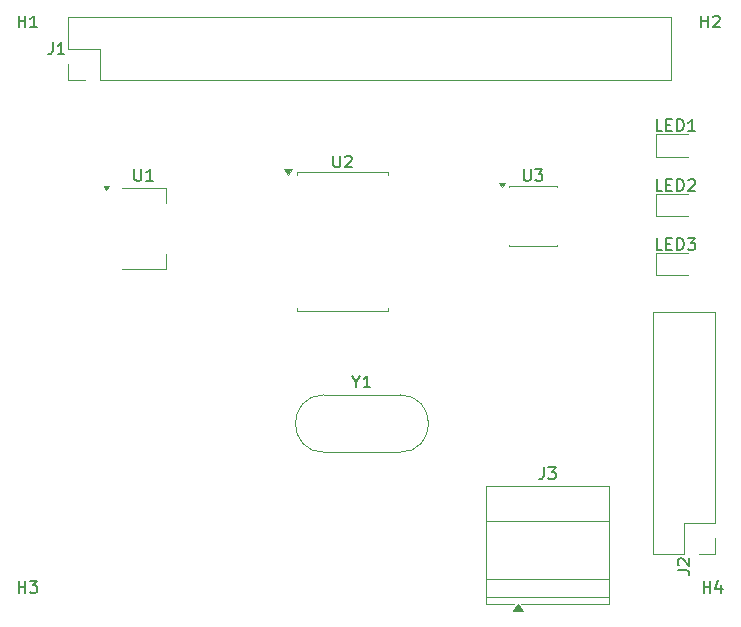
<source format=gto>
%TF.GenerationSoftware,KiCad,Pcbnew,9.0.7*%
%TF.CreationDate,2026-02-04T14:07:26-06:00*%
%TF.ProjectId,can-hat,63616e2d-6861-4742-9e6b-696361645f70,rev?*%
%TF.SameCoordinates,Original*%
%TF.FileFunction,Legend,Top*%
%TF.FilePolarity,Positive*%
%FSLAX46Y46*%
G04 Gerber Fmt 4.6, Leading zero omitted, Abs format (unit mm)*
G04 Created by KiCad (PCBNEW 9.0.7) date 2026-02-04 14:07:26*
%MOMM*%
%LPD*%
G01*
G04 APERTURE LIST*
%ADD10C,0.150000*%
%ADD11C,0.120000*%
G04 APERTURE END LIST*
D10*
X160213095Y-46459819D02*
X160213095Y-47269342D01*
X160213095Y-47269342D02*
X160260714Y-47364580D01*
X160260714Y-47364580D02*
X160308333Y-47412200D01*
X160308333Y-47412200D02*
X160403571Y-47459819D01*
X160403571Y-47459819D02*
X160594047Y-47459819D01*
X160594047Y-47459819D02*
X160689285Y-47412200D01*
X160689285Y-47412200D02*
X160736904Y-47364580D01*
X160736904Y-47364580D02*
X160784523Y-47269342D01*
X160784523Y-47269342D02*
X160784523Y-46459819D01*
X161165476Y-46459819D02*
X161784523Y-46459819D01*
X161784523Y-46459819D02*
X161451190Y-46840771D01*
X161451190Y-46840771D02*
X161594047Y-46840771D01*
X161594047Y-46840771D02*
X161689285Y-46888390D01*
X161689285Y-46888390D02*
X161736904Y-46936009D01*
X161736904Y-46936009D02*
X161784523Y-47031247D01*
X161784523Y-47031247D02*
X161784523Y-47269342D01*
X161784523Y-47269342D02*
X161736904Y-47364580D01*
X161736904Y-47364580D02*
X161689285Y-47412200D01*
X161689285Y-47412200D02*
X161594047Y-47459819D01*
X161594047Y-47459819D02*
X161308333Y-47459819D01*
X161308333Y-47459819D02*
X161213095Y-47412200D01*
X161213095Y-47412200D02*
X161165476Y-47364580D01*
X171943452Y-48304819D02*
X171467262Y-48304819D01*
X171467262Y-48304819D02*
X171467262Y-47304819D01*
X172276786Y-47781009D02*
X172610119Y-47781009D01*
X172752976Y-48304819D02*
X172276786Y-48304819D01*
X172276786Y-48304819D02*
X172276786Y-47304819D01*
X172276786Y-47304819D02*
X172752976Y-47304819D01*
X173181548Y-48304819D02*
X173181548Y-47304819D01*
X173181548Y-47304819D02*
X173419643Y-47304819D01*
X173419643Y-47304819D02*
X173562500Y-47352438D01*
X173562500Y-47352438D02*
X173657738Y-47447676D01*
X173657738Y-47447676D02*
X173705357Y-47542914D01*
X173705357Y-47542914D02*
X173752976Y-47733390D01*
X173752976Y-47733390D02*
X173752976Y-47876247D01*
X173752976Y-47876247D02*
X173705357Y-48066723D01*
X173705357Y-48066723D02*
X173657738Y-48161961D01*
X173657738Y-48161961D02*
X173562500Y-48257200D01*
X173562500Y-48257200D02*
X173419643Y-48304819D01*
X173419643Y-48304819D02*
X173181548Y-48304819D01*
X174133929Y-47400057D02*
X174181548Y-47352438D01*
X174181548Y-47352438D02*
X174276786Y-47304819D01*
X174276786Y-47304819D02*
X174514881Y-47304819D01*
X174514881Y-47304819D02*
X174610119Y-47352438D01*
X174610119Y-47352438D02*
X174657738Y-47400057D01*
X174657738Y-47400057D02*
X174705357Y-47495295D01*
X174705357Y-47495295D02*
X174705357Y-47590533D01*
X174705357Y-47590533D02*
X174657738Y-47733390D01*
X174657738Y-47733390D02*
X174086310Y-48304819D01*
X174086310Y-48304819D02*
X174705357Y-48304819D01*
X144088095Y-45304819D02*
X144088095Y-46114342D01*
X144088095Y-46114342D02*
X144135714Y-46209580D01*
X144135714Y-46209580D02*
X144183333Y-46257200D01*
X144183333Y-46257200D02*
X144278571Y-46304819D01*
X144278571Y-46304819D02*
X144469047Y-46304819D01*
X144469047Y-46304819D02*
X144564285Y-46257200D01*
X144564285Y-46257200D02*
X144611904Y-46209580D01*
X144611904Y-46209580D02*
X144659523Y-46114342D01*
X144659523Y-46114342D02*
X144659523Y-45304819D01*
X145088095Y-45400057D02*
X145135714Y-45352438D01*
X145135714Y-45352438D02*
X145230952Y-45304819D01*
X145230952Y-45304819D02*
X145469047Y-45304819D01*
X145469047Y-45304819D02*
X145564285Y-45352438D01*
X145564285Y-45352438D02*
X145611904Y-45400057D01*
X145611904Y-45400057D02*
X145659523Y-45495295D01*
X145659523Y-45495295D02*
X145659523Y-45590533D01*
X145659523Y-45590533D02*
X145611904Y-45733390D01*
X145611904Y-45733390D02*
X145040476Y-46304819D01*
X145040476Y-46304819D02*
X145659523Y-46304819D01*
X173224819Y-80413333D02*
X173939104Y-80413333D01*
X173939104Y-80413333D02*
X174081961Y-80460952D01*
X174081961Y-80460952D02*
X174177200Y-80556190D01*
X174177200Y-80556190D02*
X174224819Y-80699047D01*
X174224819Y-80699047D02*
X174224819Y-80794285D01*
X173320057Y-79984761D02*
X173272438Y-79937142D01*
X173272438Y-79937142D02*
X173224819Y-79841904D01*
X173224819Y-79841904D02*
X173224819Y-79603809D01*
X173224819Y-79603809D02*
X173272438Y-79508571D01*
X173272438Y-79508571D02*
X173320057Y-79460952D01*
X173320057Y-79460952D02*
X173415295Y-79413333D01*
X173415295Y-79413333D02*
X173510533Y-79413333D01*
X173510533Y-79413333D02*
X173653390Y-79460952D01*
X173653390Y-79460952D02*
X174224819Y-80032380D01*
X174224819Y-80032380D02*
X174224819Y-79413333D01*
X127238095Y-46454819D02*
X127238095Y-47264342D01*
X127238095Y-47264342D02*
X127285714Y-47359580D01*
X127285714Y-47359580D02*
X127333333Y-47407200D01*
X127333333Y-47407200D02*
X127428571Y-47454819D01*
X127428571Y-47454819D02*
X127619047Y-47454819D01*
X127619047Y-47454819D02*
X127714285Y-47407200D01*
X127714285Y-47407200D02*
X127761904Y-47359580D01*
X127761904Y-47359580D02*
X127809523Y-47264342D01*
X127809523Y-47264342D02*
X127809523Y-46454819D01*
X128809523Y-47454819D02*
X128238095Y-47454819D01*
X128523809Y-47454819D02*
X128523809Y-46454819D01*
X128523809Y-46454819D02*
X128428571Y-46597676D01*
X128428571Y-46597676D02*
X128333333Y-46692914D01*
X128333333Y-46692914D02*
X128238095Y-46740533D01*
X171943452Y-53304819D02*
X171467262Y-53304819D01*
X171467262Y-53304819D02*
X171467262Y-52304819D01*
X172276786Y-52781009D02*
X172610119Y-52781009D01*
X172752976Y-53304819D02*
X172276786Y-53304819D01*
X172276786Y-53304819D02*
X172276786Y-52304819D01*
X172276786Y-52304819D02*
X172752976Y-52304819D01*
X173181548Y-53304819D02*
X173181548Y-52304819D01*
X173181548Y-52304819D02*
X173419643Y-52304819D01*
X173419643Y-52304819D02*
X173562500Y-52352438D01*
X173562500Y-52352438D02*
X173657738Y-52447676D01*
X173657738Y-52447676D02*
X173705357Y-52542914D01*
X173705357Y-52542914D02*
X173752976Y-52733390D01*
X173752976Y-52733390D02*
X173752976Y-52876247D01*
X173752976Y-52876247D02*
X173705357Y-53066723D01*
X173705357Y-53066723D02*
X173657738Y-53161961D01*
X173657738Y-53161961D02*
X173562500Y-53257200D01*
X173562500Y-53257200D02*
X173419643Y-53304819D01*
X173419643Y-53304819D02*
X173181548Y-53304819D01*
X174086310Y-52304819D02*
X174705357Y-52304819D01*
X174705357Y-52304819D02*
X174372024Y-52685771D01*
X174372024Y-52685771D02*
X174514881Y-52685771D01*
X174514881Y-52685771D02*
X174610119Y-52733390D01*
X174610119Y-52733390D02*
X174657738Y-52781009D01*
X174657738Y-52781009D02*
X174705357Y-52876247D01*
X174705357Y-52876247D02*
X174705357Y-53114342D01*
X174705357Y-53114342D02*
X174657738Y-53209580D01*
X174657738Y-53209580D02*
X174610119Y-53257200D01*
X174610119Y-53257200D02*
X174514881Y-53304819D01*
X174514881Y-53304819D02*
X174229167Y-53304819D01*
X174229167Y-53304819D02*
X174133929Y-53257200D01*
X174133929Y-53257200D02*
X174086310Y-53209580D01*
X161891666Y-71704819D02*
X161891666Y-72419104D01*
X161891666Y-72419104D02*
X161844047Y-72561961D01*
X161844047Y-72561961D02*
X161748809Y-72657200D01*
X161748809Y-72657200D02*
X161605952Y-72704819D01*
X161605952Y-72704819D02*
X161510714Y-72704819D01*
X162272619Y-71704819D02*
X162891666Y-71704819D01*
X162891666Y-71704819D02*
X162558333Y-72085771D01*
X162558333Y-72085771D02*
X162701190Y-72085771D01*
X162701190Y-72085771D02*
X162796428Y-72133390D01*
X162796428Y-72133390D02*
X162844047Y-72181009D01*
X162844047Y-72181009D02*
X162891666Y-72276247D01*
X162891666Y-72276247D02*
X162891666Y-72514342D01*
X162891666Y-72514342D02*
X162844047Y-72609580D01*
X162844047Y-72609580D02*
X162796428Y-72657200D01*
X162796428Y-72657200D02*
X162701190Y-72704819D01*
X162701190Y-72704819D02*
X162415476Y-72704819D01*
X162415476Y-72704819D02*
X162320238Y-72657200D01*
X162320238Y-72657200D02*
X162272619Y-72609580D01*
X117423095Y-34454819D02*
X117423095Y-33454819D01*
X117423095Y-33931009D02*
X117994523Y-33931009D01*
X117994523Y-34454819D02*
X117994523Y-33454819D01*
X118994523Y-34454819D02*
X118423095Y-34454819D01*
X118708809Y-34454819D02*
X118708809Y-33454819D01*
X118708809Y-33454819D02*
X118613571Y-33597676D01*
X118613571Y-33597676D02*
X118518333Y-33692914D01*
X118518333Y-33692914D02*
X118423095Y-33740533D01*
X175238095Y-34454819D02*
X175238095Y-33454819D01*
X175238095Y-33931009D02*
X175809523Y-33931009D01*
X175809523Y-34454819D02*
X175809523Y-33454819D01*
X176238095Y-33550057D02*
X176285714Y-33502438D01*
X176285714Y-33502438D02*
X176380952Y-33454819D01*
X176380952Y-33454819D02*
X176619047Y-33454819D01*
X176619047Y-33454819D02*
X176714285Y-33502438D01*
X176714285Y-33502438D02*
X176761904Y-33550057D01*
X176761904Y-33550057D02*
X176809523Y-33645295D01*
X176809523Y-33645295D02*
X176809523Y-33740533D01*
X176809523Y-33740533D02*
X176761904Y-33883390D01*
X176761904Y-33883390D02*
X176190476Y-34454819D01*
X176190476Y-34454819D02*
X176809523Y-34454819D01*
X117423095Y-82324819D02*
X117423095Y-81324819D01*
X117423095Y-81801009D02*
X117994523Y-81801009D01*
X117994523Y-82324819D02*
X117994523Y-81324819D01*
X118375476Y-81324819D02*
X118994523Y-81324819D01*
X118994523Y-81324819D02*
X118661190Y-81705771D01*
X118661190Y-81705771D02*
X118804047Y-81705771D01*
X118804047Y-81705771D02*
X118899285Y-81753390D01*
X118899285Y-81753390D02*
X118946904Y-81801009D01*
X118946904Y-81801009D02*
X118994523Y-81896247D01*
X118994523Y-81896247D02*
X118994523Y-82134342D01*
X118994523Y-82134342D02*
X118946904Y-82229580D01*
X118946904Y-82229580D02*
X118899285Y-82277200D01*
X118899285Y-82277200D02*
X118804047Y-82324819D01*
X118804047Y-82324819D02*
X118518333Y-82324819D01*
X118518333Y-82324819D02*
X118423095Y-82277200D01*
X118423095Y-82277200D02*
X118375476Y-82229580D01*
X175423095Y-82324819D02*
X175423095Y-81324819D01*
X175423095Y-81801009D02*
X175994523Y-81801009D01*
X175994523Y-82324819D02*
X175994523Y-81324819D01*
X176899285Y-81658152D02*
X176899285Y-82324819D01*
X176661190Y-81277200D02*
X176423095Y-81991485D01*
X176423095Y-81991485D02*
X177042142Y-81991485D01*
X171943452Y-43234819D02*
X171467262Y-43234819D01*
X171467262Y-43234819D02*
X171467262Y-42234819D01*
X172276786Y-42711009D02*
X172610119Y-42711009D01*
X172752976Y-43234819D02*
X172276786Y-43234819D01*
X172276786Y-43234819D02*
X172276786Y-42234819D01*
X172276786Y-42234819D02*
X172752976Y-42234819D01*
X173181548Y-43234819D02*
X173181548Y-42234819D01*
X173181548Y-42234819D02*
X173419643Y-42234819D01*
X173419643Y-42234819D02*
X173562500Y-42282438D01*
X173562500Y-42282438D02*
X173657738Y-42377676D01*
X173657738Y-42377676D02*
X173705357Y-42472914D01*
X173705357Y-42472914D02*
X173752976Y-42663390D01*
X173752976Y-42663390D02*
X173752976Y-42806247D01*
X173752976Y-42806247D02*
X173705357Y-42996723D01*
X173705357Y-42996723D02*
X173657738Y-43091961D01*
X173657738Y-43091961D02*
X173562500Y-43187200D01*
X173562500Y-43187200D02*
X173419643Y-43234819D01*
X173419643Y-43234819D02*
X173181548Y-43234819D01*
X174705357Y-43234819D02*
X174133929Y-43234819D01*
X174419643Y-43234819D02*
X174419643Y-42234819D01*
X174419643Y-42234819D02*
X174324405Y-42377676D01*
X174324405Y-42377676D02*
X174229167Y-42472914D01*
X174229167Y-42472914D02*
X174133929Y-42520533D01*
X146023809Y-64458628D02*
X146023809Y-64934819D01*
X145690476Y-63934819D02*
X146023809Y-64458628D01*
X146023809Y-64458628D02*
X146357142Y-63934819D01*
X147214285Y-64934819D02*
X146642857Y-64934819D01*
X146928571Y-64934819D02*
X146928571Y-63934819D01*
X146928571Y-63934819D02*
X146833333Y-64077676D01*
X146833333Y-64077676D02*
X146738095Y-64172914D01*
X146738095Y-64172914D02*
X146642857Y-64220533D01*
X120306666Y-35724819D02*
X120306666Y-36439104D01*
X120306666Y-36439104D02*
X120259047Y-36581961D01*
X120259047Y-36581961D02*
X120163809Y-36677200D01*
X120163809Y-36677200D02*
X120020952Y-36724819D01*
X120020952Y-36724819D02*
X119925714Y-36724819D01*
X121306666Y-36724819D02*
X120735238Y-36724819D01*
X121020952Y-36724819D02*
X121020952Y-35724819D01*
X121020952Y-35724819D02*
X120925714Y-35867676D01*
X120925714Y-35867676D02*
X120830476Y-35962914D01*
X120830476Y-35962914D02*
X120735238Y-36010533D01*
D11*
%TO.C,U3*%
X158915000Y-47845000D02*
X163035000Y-47845000D01*
X158915000Y-47940000D02*
X158915000Y-47845000D01*
X158915000Y-52965000D02*
X158915000Y-52870000D01*
X163035000Y-47845000D02*
X163035000Y-47940000D01*
X163035000Y-52870000D02*
X163035000Y-52965000D01*
X163035000Y-52965000D02*
X158915000Y-52965000D01*
X158375000Y-47935000D02*
X158135000Y-47605000D01*
X158615000Y-47605000D01*
X158375000Y-47935000D01*
G36*
X158375000Y-47935000D02*
G01*
X158135000Y-47605000D01*
X158615000Y-47605000D01*
X158375000Y-47935000D01*
G37*
%TO.C,LED2*%
X171377500Y-48540000D02*
X171377500Y-50460000D01*
X171377500Y-50460000D02*
X174062500Y-50460000D01*
X174062500Y-48540000D02*
X171377500Y-48540000D01*
%TO.C,U2*%
X140990000Y-46695000D02*
X148710000Y-46695000D01*
X140990000Y-46940000D02*
X140990000Y-46695000D01*
X140990000Y-58465000D02*
X140990000Y-58220000D01*
X148710000Y-46695000D02*
X148710000Y-46940000D01*
X148710000Y-58220000D02*
X148710000Y-58465000D01*
X148710000Y-58465000D02*
X140990000Y-58465000D01*
X140200000Y-46940000D02*
X139860000Y-46470000D01*
X140540000Y-46470000D01*
X140200000Y-46940000D01*
G36*
X140200000Y-46940000D02*
G01*
X139860000Y-46470000D01*
X140540000Y-46470000D01*
X140200000Y-46940000D01*
G37*
%TO.C,J2*%
X171120000Y-79080000D02*
X171120000Y-58540000D01*
X173770000Y-76430000D02*
X173770000Y-79080000D01*
X173770000Y-79080000D02*
X171120000Y-79080000D01*
X176420000Y-58540000D02*
X171120000Y-58540000D01*
X176420000Y-76430000D02*
X173770000Y-76430000D01*
X176420000Y-76430000D02*
X176420000Y-58540000D01*
X176420000Y-77700000D02*
X176420000Y-79080000D01*
X176420000Y-79080000D02*
X175040000Y-79080000D01*
%TO.C,U1*%
X126150000Y-48090000D02*
X129910000Y-48090000D01*
X126150000Y-54910000D02*
X129910000Y-54910000D01*
X129910000Y-48090000D02*
X129910000Y-49350000D01*
X129910000Y-54910000D02*
X129910000Y-53650000D01*
X124870000Y-48190000D02*
X124630000Y-47860000D01*
X125110000Y-47860000D01*
X124870000Y-48190000D01*
G36*
X124870000Y-48190000D02*
G01*
X124630000Y-47860000D01*
X125110000Y-47860000D01*
X124870000Y-48190000D01*
G37*
%TO.C,LED3*%
X171377500Y-53540000D02*
X171377500Y-55460000D01*
X171377500Y-55460000D02*
X174062500Y-55460000D01*
X174062500Y-53540000D02*
X171377500Y-53540000D01*
%TO.C,J3*%
X157025000Y-73250000D02*
X167425000Y-73250000D01*
X157025000Y-76270000D02*
X167425000Y-76270000D01*
X157025000Y-81170000D02*
X167425000Y-81170000D01*
X157025000Y-82670000D02*
X167425000Y-82670000D01*
X157025000Y-83290000D02*
X157025000Y-73250000D01*
X159385000Y-83290000D02*
X157025000Y-83290000D01*
X167425000Y-73250000D02*
X167425000Y-83290000D01*
X167425000Y-83290000D02*
X159985000Y-83290000D01*
X160125000Y-83900000D02*
X159245000Y-83900000D01*
X159685000Y-83290000D01*
X160125000Y-83900000D01*
G36*
X160125000Y-83900000D02*
G01*
X159245000Y-83900000D01*
X159685000Y-83290000D01*
X160125000Y-83900000D01*
G37*
%TO.C,LED1*%
X171377500Y-43470000D02*
X171377500Y-45390000D01*
X171377500Y-45390000D02*
X174062500Y-45390000D01*
X174062500Y-43470000D02*
X171377500Y-43470000D01*
%TO.C,Y1*%
X143300000Y-65565000D02*
X149700000Y-65565000D01*
X149700000Y-70435000D02*
X143300000Y-70435000D01*
X143300000Y-70435000D02*
G75*
G02*
X143300000Y-65565000I0J2435000D01*
G01*
X149700000Y-65565000D02*
G75*
G02*
X149700000Y-70435000I0J-2435000D01*
G01*
%TO.C,J1*%
X121640000Y-33620000D02*
X172660000Y-33620000D01*
X121640000Y-36270000D02*
X121640000Y-33620000D01*
X121640000Y-38920000D02*
X121640000Y-37540000D01*
X123020000Y-38920000D02*
X121640000Y-38920000D01*
X124290000Y-36270000D02*
X121640000Y-36270000D01*
X124290000Y-38920000D02*
X124290000Y-36270000D01*
X124290000Y-38920000D02*
X172660000Y-38920000D01*
X172660000Y-38920000D02*
X172660000Y-33620000D01*
%TD*%
M02*

</source>
